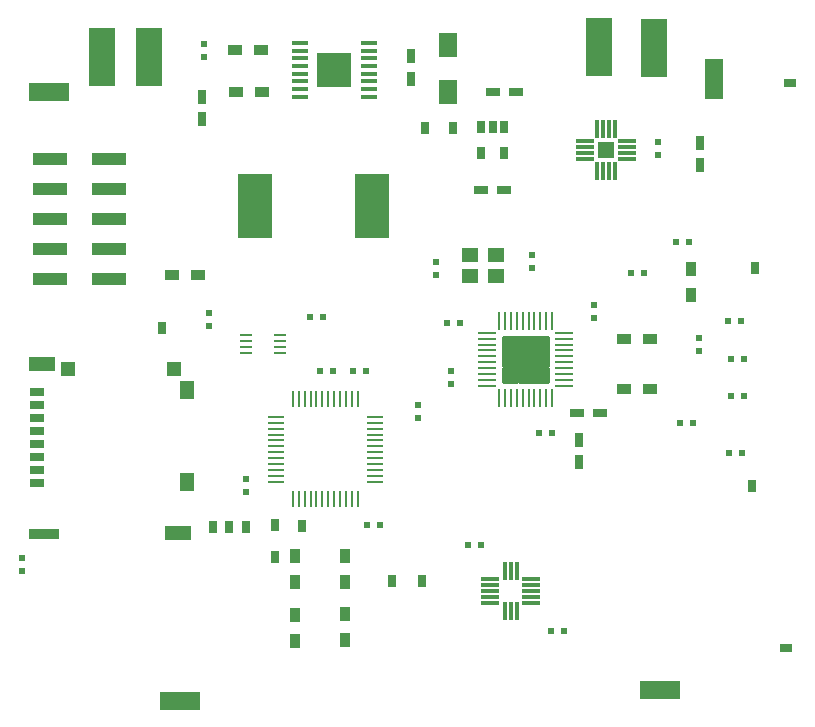
<source format=gbr>
G04 #@! TF.FileFunction,Paste,Top*
%FSLAX46Y46*%
G04 Gerber Fmt 4.6, Leading zero omitted, Abs format (unit mm)*
G04 Created by KiCad (PCBNEW 4.0.6) date 04/30/18 08:06:27*
%MOMM*%
%LPD*%
G01*
G04 APERTURE LIST*
%ADD10C,0.100000*%
%ADD11C,0.381000*%
%ADD12R,1.000000X0.750000*%
%ADD13R,1.066800X0.254000*%
%ADD14R,1.400000X1.200000*%
%ADD15R,0.279400X1.473200*%
%ADD16R,1.473200X0.279400*%
%ADD17R,1.473200X0.355600*%
%ADD18R,2.997200X2.997200*%
%ADD19R,0.304800X1.500000*%
%ADD20R,1.500000X0.304800*%
%ADD21R,1.447800X1.447800*%
%ADD22R,0.600000X0.500000*%
%ADD23R,0.500000X0.600000*%
%ADD24R,0.750000X1.200000*%
%ADD25R,1.600000X2.000000*%
%ADD26R,1.200000X0.750000*%
%ADD27R,0.900000X1.200000*%
%ADD28R,2.250000X5.000000*%
%ADD29R,1.240000X0.800000*%
%ADD30R,2.500000X0.950000*%
%ADD31R,2.200000X1.150000*%
%ADD32R,1.250000X1.160000*%
%ADD33R,1.200000X1.160000*%
%ADD34R,1.150000X1.500000*%
%ADD35R,2.900000X5.400000*%
%ADD36R,1.200000X0.900000*%
%ADD37R,0.650000X1.060000*%
%ADD38R,0.750000X1.000000*%
%ADD39R,3.500000X1.500000*%
%ADD40R,3.000000X1.000000*%
%ADD41R,1.500000X3.500000*%
%ADD42R,4.000000X4.000000*%
%ADD43R,0.250000X1.500000*%
%ADD44R,1.500000X0.250000*%
%ADD45R,0.350000X1.520000*%
%ADD46R,1.520000X0.350000*%
G04 APERTURE END LIST*
D10*
D11*
G36*
X102450540Y-66760500D02*
X101447500Y-66760500D01*
X101447500Y-65761852D01*
X102450540Y-65761852D01*
X102450540Y-66760500D01*
G37*
X102450540Y-66760500D02*
X101447500Y-66760500D01*
X101447500Y-65761852D01*
X102450540Y-65761852D01*
X102450540Y-66760500D01*
G36*
X101147883Y-66760500D02*
X100147500Y-66760500D01*
X100147500Y-65761113D01*
X101147883Y-65761113D01*
X101147883Y-66760500D01*
G37*
X101147883Y-66760500D02*
X100147500Y-66760500D01*
X100147500Y-65761113D01*
X101147883Y-65761113D01*
X101147883Y-66760500D01*
G36*
X99846494Y-66760500D02*
X98847500Y-66760500D01*
X98847500Y-65761506D01*
X99846494Y-65761506D01*
X99846494Y-66760500D01*
G37*
X99846494Y-66760500D02*
X98847500Y-66760500D01*
X98847500Y-65761506D01*
X99846494Y-65761506D01*
X99846494Y-66760500D01*
G36*
X102449290Y-65460500D02*
X101447500Y-65460500D01*
X101447500Y-64460003D01*
X102449290Y-64460003D01*
X102449290Y-65460500D01*
G37*
X102449290Y-65460500D02*
X101447500Y-65460500D01*
X101447500Y-64460003D01*
X102449290Y-64460003D01*
X102449290Y-65460500D01*
G36*
X102449290Y-64160500D02*
X101447500Y-64160500D01*
X101447500Y-63158710D01*
X102449290Y-63158710D01*
X102449290Y-64160500D01*
G37*
X102449290Y-64160500D02*
X101447500Y-64160500D01*
X101447500Y-63158710D01*
X102449290Y-63158710D01*
X102449290Y-64160500D01*
G36*
X101147753Y-65460500D02*
X100147500Y-65460500D01*
X100147500Y-64460247D01*
X101147753Y-64460247D01*
X101147753Y-65460500D01*
G37*
X101147753Y-65460500D02*
X100147500Y-65460500D01*
X100147500Y-64460247D01*
X101147753Y-64460247D01*
X101147753Y-65460500D01*
G36*
X101147704Y-64160500D02*
X100147500Y-64160500D01*
X100147500Y-63159770D01*
X101147704Y-63159770D01*
X101147704Y-64160500D01*
G37*
X101147704Y-64160500D02*
X100147500Y-64160500D01*
X100147500Y-63159770D01*
X101147704Y-63159770D01*
X101147704Y-64160500D01*
G36*
X99846355Y-64160500D02*
X98847500Y-64160500D01*
X98847500Y-63157920D01*
X99846355Y-63157920D01*
X99846355Y-64160500D01*
G37*
X99846355Y-64160500D02*
X98847500Y-64160500D01*
X98847500Y-63157920D01*
X99846355Y-63157920D01*
X99846355Y-64160500D01*
G36*
X99846008Y-65460500D02*
X98847500Y-65460500D01*
X98847500Y-64459567D01*
X99846008Y-64459567D01*
X99846008Y-65460500D01*
G37*
X99846008Y-65460500D02*
X98847500Y-65460500D01*
X98847500Y-64459567D01*
X99846008Y-64459567D01*
X99846008Y-65460500D01*
D12*
X122682000Y-89408000D03*
X123037600Y-41605200D03*
D13*
X77000100Y-62928500D03*
X77000100Y-63436500D03*
X77000100Y-63944500D03*
X77000100Y-64452500D03*
X79844900Y-64452500D03*
X79844900Y-63944500D03*
X79844900Y-63436500D03*
X79844900Y-62928500D03*
D14*
X98128000Y-57873000D03*
X95928000Y-57873000D03*
X98128000Y-56173000D03*
X95928000Y-56173000D03*
D15*
X86436200Y-68364100D03*
X85953600Y-68364100D03*
X85445600Y-68364100D03*
X84937600Y-68364100D03*
X84455000Y-68364100D03*
X83947000Y-68364100D03*
X83439000Y-68364100D03*
X82931000Y-68364100D03*
X82448400Y-68364100D03*
X81940400Y-68364100D03*
X81432400Y-68364100D03*
X80949800Y-68364100D03*
D16*
X79476600Y-69837300D03*
X79476600Y-70319900D03*
X79476600Y-70827900D03*
X79476600Y-71335900D03*
X79476600Y-71818500D03*
X79476600Y-72326500D03*
X79476600Y-72834500D03*
X79476600Y-73342500D03*
X79476600Y-73825100D03*
X79476600Y-74333100D03*
X79476600Y-74841100D03*
X79476600Y-75323700D03*
D15*
X80949800Y-76796900D03*
X81432400Y-76796900D03*
X81940400Y-76796900D03*
X82448400Y-76796900D03*
X82931000Y-76796900D03*
X83439000Y-76796900D03*
X83947000Y-76796900D03*
X84455000Y-76796900D03*
X84937600Y-76796900D03*
X85445600Y-76796900D03*
X85953600Y-76796900D03*
X86436200Y-76796900D03*
D16*
X87909400Y-75323700D03*
X87909400Y-74841100D03*
X87909400Y-74333100D03*
X87909400Y-73825100D03*
X87909400Y-73342500D03*
X87909400Y-72834500D03*
X87909400Y-72326500D03*
X87909400Y-71818500D03*
X87909400Y-71335900D03*
X87909400Y-70827900D03*
X87909400Y-70319900D03*
X87909400Y-69837300D03*
D17*
X81534000Y-38163500D03*
X81534000Y-38823900D03*
X81534000Y-39484300D03*
X81534000Y-40119300D03*
X81534000Y-40779700D03*
X81534000Y-41414700D03*
X81534000Y-42075100D03*
X81534000Y-42735500D03*
X87376000Y-42735500D03*
X87376000Y-42075100D03*
X87376000Y-41414700D03*
X87376000Y-40779700D03*
X87376000Y-40119300D03*
X87376000Y-39484300D03*
X87376000Y-38823900D03*
X87376000Y-38163500D03*
D18*
X84455000Y-40449500D03*
D19*
X106680000Y-49035400D03*
X107188000Y-49035400D03*
X107696000Y-49035400D03*
X108204000Y-49035400D03*
D20*
X109233400Y-48006000D03*
X109233400Y-47498000D03*
X109233400Y-46990000D03*
X109233400Y-46482000D03*
D19*
X108204000Y-45452600D03*
X107696000Y-45452600D03*
X107188000Y-45452600D03*
X106680000Y-45452600D03*
D20*
X105650600Y-46482000D03*
X105650600Y-46990000D03*
X105650600Y-47498000D03*
X105650600Y-48006000D03*
D21*
X107442000Y-47244000D03*
D22*
X83206500Y-65976500D03*
X84306500Y-65976500D03*
D23*
X91567000Y-68855500D03*
X91567000Y-69955500D03*
D22*
X88307000Y-78994000D03*
X87207000Y-78994000D03*
D23*
X76962000Y-76178500D03*
X76962000Y-75078500D03*
X73406000Y-39348500D03*
X73406000Y-38248500D03*
D22*
X86064000Y-65976500D03*
X87164000Y-65976500D03*
D24*
X73279000Y-42738000D03*
X73279000Y-44638000D03*
X90932000Y-39309000D03*
X90932000Y-41209000D03*
D25*
X94043500Y-38322500D03*
X94043500Y-42322500D03*
D26*
X97919500Y-42291000D03*
X99819500Y-42291000D03*
X98803500Y-50609500D03*
X96903500Y-50609500D03*
D22*
X95779500Y-80708500D03*
X96879500Y-80708500D03*
X102764500Y-87947500D03*
X103864500Y-87947500D03*
D23*
X58039000Y-81809500D03*
X58039000Y-82909500D03*
X111823500Y-46567000D03*
X111823500Y-47667000D03*
D24*
X115379500Y-46611500D03*
X115379500Y-48511500D03*
D23*
X101155500Y-56092000D03*
X101155500Y-57192000D03*
X93027500Y-57827000D03*
X93027500Y-56727000D03*
D26*
X105031500Y-69532500D03*
X106931500Y-69532500D03*
D24*
X105156000Y-71757500D03*
X105156000Y-73657500D03*
D22*
X95101500Y-61849000D03*
X94001500Y-61849000D03*
D23*
X94297500Y-65934500D03*
X94297500Y-67034500D03*
X106426000Y-61446500D03*
X106426000Y-60346500D03*
D22*
X102848500Y-71183500D03*
X101748500Y-71183500D03*
X109559000Y-57658000D03*
X110659000Y-57658000D03*
X113369000Y-55054500D03*
X114469000Y-55054500D03*
D23*
X115316000Y-64240500D03*
X115316000Y-63140500D03*
D22*
X117814000Y-61722000D03*
X118914000Y-61722000D03*
X118004500Y-64960500D03*
X119104500Y-64960500D03*
X119104500Y-68072000D03*
X118004500Y-68072000D03*
X113750000Y-70358000D03*
X114850000Y-70358000D03*
X117877500Y-72898000D03*
X118977500Y-72898000D03*
X82381000Y-61341000D03*
X83481000Y-61341000D03*
D23*
X73850500Y-61045000D03*
X73850500Y-62145000D03*
D27*
X81153000Y-88793500D03*
X81153000Y-86593500D03*
X85344000Y-88730000D03*
X85344000Y-86530000D03*
D28*
X68738500Y-39370000D03*
X64801500Y-39370000D03*
X111537500Y-38608000D03*
X106838500Y-38481000D03*
D29*
X59240500Y-75417000D03*
X59240500Y-74317000D03*
X59240500Y-73217000D03*
X59240500Y-72117000D03*
X59240500Y-71017000D03*
X59240500Y-69917000D03*
X59240500Y-68817000D03*
X59240500Y-67717000D03*
D30*
X59870500Y-79762000D03*
D31*
X59720500Y-65372000D03*
D32*
X61870500Y-65777000D03*
D33*
X70870500Y-65777000D03*
D31*
X71200500Y-79662000D03*
D34*
X71995500Y-75357000D03*
X71995500Y-67577000D03*
D35*
X77727000Y-51943000D03*
X87627000Y-51943000D03*
D36*
X109009000Y-63246000D03*
X111209000Y-63246000D03*
X109009000Y-67437000D03*
X111209000Y-67437000D03*
D27*
X81153000Y-81640500D03*
X81153000Y-83840500D03*
X85344000Y-81640500D03*
X85344000Y-83840500D03*
D36*
X76116000Y-42354500D03*
X78316000Y-42354500D03*
X76052500Y-38798500D03*
X78252500Y-38798500D03*
X72918500Y-57785000D03*
X70718500Y-57785000D03*
D27*
X114681000Y-57320000D03*
X114681000Y-59520000D03*
D37*
X98803500Y-45255000D03*
X97853500Y-45255000D03*
X96903500Y-45255000D03*
X96903500Y-47455000D03*
X98803500Y-47455000D03*
D38*
X94538800Y-45415200D03*
X92151200Y-45415200D03*
X120040400Y-57200800D03*
X119786400Y-75692000D03*
X89306400Y-83718400D03*
X81686400Y-79044800D03*
X79451200Y-81686400D03*
X91846400Y-83718400D03*
X79451200Y-78994000D03*
D39*
X71374000Y-93878400D03*
D38*
X69850000Y-62280800D03*
X75565000Y-79184500D03*
X77012800Y-79197200D03*
X74168000Y-79184500D03*
D40*
X60345000Y-58166000D03*
X65385000Y-58166000D03*
X60345000Y-55626000D03*
X65385000Y-55626000D03*
X60345000Y-53086000D03*
X65385000Y-53086000D03*
X60345000Y-50546000D03*
X65385000Y-50546000D03*
X60345000Y-48006000D03*
X65385000Y-48006000D03*
D39*
X112014000Y-92964000D03*
D41*
X116636800Y-41249600D03*
D39*
X60299600Y-42316400D03*
D42*
X100647500Y-64960500D03*
D43*
X98897500Y-68200500D03*
X98397500Y-68200500D03*
D44*
X97407500Y-67210500D03*
X97407500Y-66710500D03*
X97407500Y-66210500D03*
X97407500Y-65710500D03*
X97407500Y-65210500D03*
X97407500Y-64710500D03*
X97407500Y-64210500D03*
X97407500Y-63710500D03*
X97407500Y-63210500D03*
X97407500Y-62710500D03*
D43*
X98397500Y-61720500D03*
X98897500Y-61720500D03*
X99397500Y-61720500D03*
X99897500Y-61720500D03*
X100397500Y-61720500D03*
X100897500Y-61720500D03*
X101397500Y-61720500D03*
X101897500Y-61720500D03*
X102397500Y-61720500D03*
X102897500Y-61720500D03*
D44*
X103887500Y-62710500D03*
X103887500Y-63210500D03*
X103887500Y-63710500D03*
X103887500Y-64210500D03*
X103887500Y-64710500D03*
X103887500Y-65210500D03*
X103887500Y-65710500D03*
X103887500Y-66210500D03*
X103887500Y-66710500D03*
X103887500Y-67210500D03*
D43*
X99397500Y-68200500D03*
X99897500Y-68200500D03*
X100397500Y-68200500D03*
X100897500Y-68200500D03*
X101397500Y-68200500D03*
X101897500Y-68200500D03*
X102397500Y-68200500D03*
X102897500Y-68200500D03*
D45*
X98877500Y-86307000D03*
X99377500Y-86307000D03*
X99877500Y-86307000D03*
D46*
X101102500Y-85582000D03*
X101102500Y-85082000D03*
X101102500Y-84582000D03*
X101102500Y-84082000D03*
X101102500Y-83582000D03*
D45*
X99877500Y-82857000D03*
X99377500Y-82857000D03*
X98877500Y-82857000D03*
D46*
X97652500Y-83582000D03*
X97652500Y-84082000D03*
X97652500Y-84582000D03*
X97652500Y-85082000D03*
X97652500Y-85582000D03*
M02*

</source>
